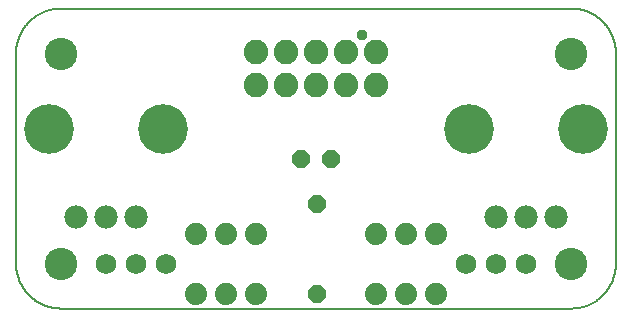
<source format=gts>
G75*
%MOIN*%
%OFA0B0*%
%FSLAX25Y25*%
%IPPOS*%
%LPD*%
%AMOC8*
5,1,8,0,0,1.08239X$1,22.5*
%
%ADD10C,0.00000*%
%ADD11C,0.10800*%
%ADD12C,0.00600*%
%ADD13C,0.08200*%
%ADD14C,0.07400*%
%ADD15C,0.07800*%
%ADD16C,0.16548*%
%ADD17C,0.06800*%
%ADD18OC8,0.06000*%
%ADD19C,0.03778*%
D10*
X0011300Y0016300D02*
X0011302Y0016441D01*
X0011308Y0016582D01*
X0011318Y0016722D01*
X0011332Y0016862D01*
X0011350Y0017002D01*
X0011371Y0017141D01*
X0011397Y0017280D01*
X0011426Y0017418D01*
X0011460Y0017554D01*
X0011497Y0017690D01*
X0011538Y0017825D01*
X0011583Y0017959D01*
X0011632Y0018091D01*
X0011684Y0018222D01*
X0011740Y0018351D01*
X0011800Y0018478D01*
X0011863Y0018604D01*
X0011929Y0018728D01*
X0012000Y0018851D01*
X0012073Y0018971D01*
X0012150Y0019089D01*
X0012230Y0019205D01*
X0012314Y0019318D01*
X0012400Y0019429D01*
X0012490Y0019538D01*
X0012583Y0019644D01*
X0012678Y0019747D01*
X0012777Y0019848D01*
X0012878Y0019946D01*
X0012982Y0020041D01*
X0013089Y0020133D01*
X0013198Y0020222D01*
X0013310Y0020307D01*
X0013424Y0020390D01*
X0013540Y0020470D01*
X0013659Y0020546D01*
X0013780Y0020618D01*
X0013902Y0020688D01*
X0014027Y0020753D01*
X0014153Y0020816D01*
X0014281Y0020874D01*
X0014411Y0020929D01*
X0014542Y0020981D01*
X0014675Y0021028D01*
X0014809Y0021072D01*
X0014944Y0021113D01*
X0015080Y0021149D01*
X0015217Y0021181D01*
X0015355Y0021210D01*
X0015493Y0021235D01*
X0015633Y0021255D01*
X0015773Y0021272D01*
X0015913Y0021285D01*
X0016054Y0021294D01*
X0016194Y0021299D01*
X0016335Y0021300D01*
X0016476Y0021297D01*
X0016617Y0021290D01*
X0016757Y0021279D01*
X0016897Y0021264D01*
X0017037Y0021245D01*
X0017176Y0021223D01*
X0017314Y0021196D01*
X0017452Y0021166D01*
X0017588Y0021131D01*
X0017724Y0021093D01*
X0017858Y0021051D01*
X0017992Y0021005D01*
X0018124Y0020956D01*
X0018254Y0020902D01*
X0018383Y0020845D01*
X0018510Y0020785D01*
X0018636Y0020721D01*
X0018759Y0020653D01*
X0018881Y0020582D01*
X0019001Y0020508D01*
X0019118Y0020430D01*
X0019233Y0020349D01*
X0019346Y0020265D01*
X0019457Y0020178D01*
X0019565Y0020087D01*
X0019670Y0019994D01*
X0019773Y0019897D01*
X0019873Y0019798D01*
X0019970Y0019696D01*
X0020064Y0019591D01*
X0020155Y0019484D01*
X0020243Y0019374D01*
X0020328Y0019262D01*
X0020410Y0019147D01*
X0020489Y0019030D01*
X0020564Y0018911D01*
X0020636Y0018790D01*
X0020704Y0018667D01*
X0020769Y0018542D01*
X0020831Y0018415D01*
X0020888Y0018286D01*
X0020943Y0018156D01*
X0020993Y0018025D01*
X0021040Y0017892D01*
X0021083Y0017758D01*
X0021122Y0017622D01*
X0021157Y0017486D01*
X0021189Y0017349D01*
X0021216Y0017211D01*
X0021240Y0017072D01*
X0021260Y0016932D01*
X0021276Y0016792D01*
X0021288Y0016652D01*
X0021296Y0016511D01*
X0021300Y0016370D01*
X0021300Y0016230D01*
X0021296Y0016089D01*
X0021288Y0015948D01*
X0021276Y0015808D01*
X0021260Y0015668D01*
X0021240Y0015528D01*
X0021216Y0015389D01*
X0021189Y0015251D01*
X0021157Y0015114D01*
X0021122Y0014978D01*
X0021083Y0014842D01*
X0021040Y0014708D01*
X0020993Y0014575D01*
X0020943Y0014444D01*
X0020888Y0014314D01*
X0020831Y0014185D01*
X0020769Y0014058D01*
X0020704Y0013933D01*
X0020636Y0013810D01*
X0020564Y0013689D01*
X0020489Y0013570D01*
X0020410Y0013453D01*
X0020328Y0013338D01*
X0020243Y0013226D01*
X0020155Y0013116D01*
X0020064Y0013009D01*
X0019970Y0012904D01*
X0019873Y0012802D01*
X0019773Y0012703D01*
X0019670Y0012606D01*
X0019565Y0012513D01*
X0019457Y0012422D01*
X0019346Y0012335D01*
X0019233Y0012251D01*
X0019118Y0012170D01*
X0019001Y0012092D01*
X0018881Y0012018D01*
X0018759Y0011947D01*
X0018636Y0011879D01*
X0018510Y0011815D01*
X0018383Y0011755D01*
X0018254Y0011698D01*
X0018124Y0011644D01*
X0017992Y0011595D01*
X0017858Y0011549D01*
X0017724Y0011507D01*
X0017588Y0011469D01*
X0017452Y0011434D01*
X0017314Y0011404D01*
X0017176Y0011377D01*
X0017037Y0011355D01*
X0016897Y0011336D01*
X0016757Y0011321D01*
X0016617Y0011310D01*
X0016476Y0011303D01*
X0016335Y0011300D01*
X0016194Y0011301D01*
X0016054Y0011306D01*
X0015913Y0011315D01*
X0015773Y0011328D01*
X0015633Y0011345D01*
X0015493Y0011365D01*
X0015355Y0011390D01*
X0015217Y0011419D01*
X0015080Y0011451D01*
X0014944Y0011487D01*
X0014809Y0011528D01*
X0014675Y0011572D01*
X0014542Y0011619D01*
X0014411Y0011671D01*
X0014281Y0011726D01*
X0014153Y0011784D01*
X0014027Y0011847D01*
X0013902Y0011912D01*
X0013780Y0011982D01*
X0013659Y0012054D01*
X0013540Y0012130D01*
X0013424Y0012210D01*
X0013310Y0012293D01*
X0013198Y0012378D01*
X0013089Y0012467D01*
X0012982Y0012559D01*
X0012878Y0012654D01*
X0012777Y0012752D01*
X0012678Y0012853D01*
X0012583Y0012956D01*
X0012490Y0013062D01*
X0012400Y0013171D01*
X0012314Y0013282D01*
X0012230Y0013395D01*
X0012150Y0013511D01*
X0012073Y0013629D01*
X0012000Y0013749D01*
X0011929Y0013872D01*
X0011863Y0013996D01*
X0011800Y0014122D01*
X0011740Y0014249D01*
X0011684Y0014378D01*
X0011632Y0014509D01*
X0011583Y0014641D01*
X0011538Y0014775D01*
X0011497Y0014910D01*
X0011460Y0015046D01*
X0011426Y0015182D01*
X0011397Y0015320D01*
X0011371Y0015459D01*
X0011350Y0015598D01*
X0011332Y0015738D01*
X0011318Y0015878D01*
X0011308Y0016018D01*
X0011302Y0016159D01*
X0011300Y0016300D01*
X0011300Y0086300D02*
X0011302Y0086441D01*
X0011308Y0086582D01*
X0011318Y0086722D01*
X0011332Y0086862D01*
X0011350Y0087002D01*
X0011371Y0087141D01*
X0011397Y0087280D01*
X0011426Y0087418D01*
X0011460Y0087554D01*
X0011497Y0087690D01*
X0011538Y0087825D01*
X0011583Y0087959D01*
X0011632Y0088091D01*
X0011684Y0088222D01*
X0011740Y0088351D01*
X0011800Y0088478D01*
X0011863Y0088604D01*
X0011929Y0088728D01*
X0012000Y0088851D01*
X0012073Y0088971D01*
X0012150Y0089089D01*
X0012230Y0089205D01*
X0012314Y0089318D01*
X0012400Y0089429D01*
X0012490Y0089538D01*
X0012583Y0089644D01*
X0012678Y0089747D01*
X0012777Y0089848D01*
X0012878Y0089946D01*
X0012982Y0090041D01*
X0013089Y0090133D01*
X0013198Y0090222D01*
X0013310Y0090307D01*
X0013424Y0090390D01*
X0013540Y0090470D01*
X0013659Y0090546D01*
X0013780Y0090618D01*
X0013902Y0090688D01*
X0014027Y0090753D01*
X0014153Y0090816D01*
X0014281Y0090874D01*
X0014411Y0090929D01*
X0014542Y0090981D01*
X0014675Y0091028D01*
X0014809Y0091072D01*
X0014944Y0091113D01*
X0015080Y0091149D01*
X0015217Y0091181D01*
X0015355Y0091210D01*
X0015493Y0091235D01*
X0015633Y0091255D01*
X0015773Y0091272D01*
X0015913Y0091285D01*
X0016054Y0091294D01*
X0016194Y0091299D01*
X0016335Y0091300D01*
X0016476Y0091297D01*
X0016617Y0091290D01*
X0016757Y0091279D01*
X0016897Y0091264D01*
X0017037Y0091245D01*
X0017176Y0091223D01*
X0017314Y0091196D01*
X0017452Y0091166D01*
X0017588Y0091131D01*
X0017724Y0091093D01*
X0017858Y0091051D01*
X0017992Y0091005D01*
X0018124Y0090956D01*
X0018254Y0090902D01*
X0018383Y0090845D01*
X0018510Y0090785D01*
X0018636Y0090721D01*
X0018759Y0090653D01*
X0018881Y0090582D01*
X0019001Y0090508D01*
X0019118Y0090430D01*
X0019233Y0090349D01*
X0019346Y0090265D01*
X0019457Y0090178D01*
X0019565Y0090087D01*
X0019670Y0089994D01*
X0019773Y0089897D01*
X0019873Y0089798D01*
X0019970Y0089696D01*
X0020064Y0089591D01*
X0020155Y0089484D01*
X0020243Y0089374D01*
X0020328Y0089262D01*
X0020410Y0089147D01*
X0020489Y0089030D01*
X0020564Y0088911D01*
X0020636Y0088790D01*
X0020704Y0088667D01*
X0020769Y0088542D01*
X0020831Y0088415D01*
X0020888Y0088286D01*
X0020943Y0088156D01*
X0020993Y0088025D01*
X0021040Y0087892D01*
X0021083Y0087758D01*
X0021122Y0087622D01*
X0021157Y0087486D01*
X0021189Y0087349D01*
X0021216Y0087211D01*
X0021240Y0087072D01*
X0021260Y0086932D01*
X0021276Y0086792D01*
X0021288Y0086652D01*
X0021296Y0086511D01*
X0021300Y0086370D01*
X0021300Y0086230D01*
X0021296Y0086089D01*
X0021288Y0085948D01*
X0021276Y0085808D01*
X0021260Y0085668D01*
X0021240Y0085528D01*
X0021216Y0085389D01*
X0021189Y0085251D01*
X0021157Y0085114D01*
X0021122Y0084978D01*
X0021083Y0084842D01*
X0021040Y0084708D01*
X0020993Y0084575D01*
X0020943Y0084444D01*
X0020888Y0084314D01*
X0020831Y0084185D01*
X0020769Y0084058D01*
X0020704Y0083933D01*
X0020636Y0083810D01*
X0020564Y0083689D01*
X0020489Y0083570D01*
X0020410Y0083453D01*
X0020328Y0083338D01*
X0020243Y0083226D01*
X0020155Y0083116D01*
X0020064Y0083009D01*
X0019970Y0082904D01*
X0019873Y0082802D01*
X0019773Y0082703D01*
X0019670Y0082606D01*
X0019565Y0082513D01*
X0019457Y0082422D01*
X0019346Y0082335D01*
X0019233Y0082251D01*
X0019118Y0082170D01*
X0019001Y0082092D01*
X0018881Y0082018D01*
X0018759Y0081947D01*
X0018636Y0081879D01*
X0018510Y0081815D01*
X0018383Y0081755D01*
X0018254Y0081698D01*
X0018124Y0081644D01*
X0017992Y0081595D01*
X0017858Y0081549D01*
X0017724Y0081507D01*
X0017588Y0081469D01*
X0017452Y0081434D01*
X0017314Y0081404D01*
X0017176Y0081377D01*
X0017037Y0081355D01*
X0016897Y0081336D01*
X0016757Y0081321D01*
X0016617Y0081310D01*
X0016476Y0081303D01*
X0016335Y0081300D01*
X0016194Y0081301D01*
X0016054Y0081306D01*
X0015913Y0081315D01*
X0015773Y0081328D01*
X0015633Y0081345D01*
X0015493Y0081365D01*
X0015355Y0081390D01*
X0015217Y0081419D01*
X0015080Y0081451D01*
X0014944Y0081487D01*
X0014809Y0081528D01*
X0014675Y0081572D01*
X0014542Y0081619D01*
X0014411Y0081671D01*
X0014281Y0081726D01*
X0014153Y0081784D01*
X0014027Y0081847D01*
X0013902Y0081912D01*
X0013780Y0081982D01*
X0013659Y0082054D01*
X0013540Y0082130D01*
X0013424Y0082210D01*
X0013310Y0082293D01*
X0013198Y0082378D01*
X0013089Y0082467D01*
X0012982Y0082559D01*
X0012878Y0082654D01*
X0012777Y0082752D01*
X0012678Y0082853D01*
X0012583Y0082956D01*
X0012490Y0083062D01*
X0012400Y0083171D01*
X0012314Y0083282D01*
X0012230Y0083395D01*
X0012150Y0083511D01*
X0012073Y0083629D01*
X0012000Y0083749D01*
X0011929Y0083872D01*
X0011863Y0083996D01*
X0011800Y0084122D01*
X0011740Y0084249D01*
X0011684Y0084378D01*
X0011632Y0084509D01*
X0011583Y0084641D01*
X0011538Y0084775D01*
X0011497Y0084910D01*
X0011460Y0085046D01*
X0011426Y0085182D01*
X0011397Y0085320D01*
X0011371Y0085459D01*
X0011350Y0085598D01*
X0011332Y0085738D01*
X0011318Y0085878D01*
X0011308Y0086018D01*
X0011302Y0086159D01*
X0011300Y0086300D01*
X0181300Y0086300D02*
X0181302Y0086441D01*
X0181308Y0086582D01*
X0181318Y0086722D01*
X0181332Y0086862D01*
X0181350Y0087002D01*
X0181371Y0087141D01*
X0181397Y0087280D01*
X0181426Y0087418D01*
X0181460Y0087554D01*
X0181497Y0087690D01*
X0181538Y0087825D01*
X0181583Y0087959D01*
X0181632Y0088091D01*
X0181684Y0088222D01*
X0181740Y0088351D01*
X0181800Y0088478D01*
X0181863Y0088604D01*
X0181929Y0088728D01*
X0182000Y0088851D01*
X0182073Y0088971D01*
X0182150Y0089089D01*
X0182230Y0089205D01*
X0182314Y0089318D01*
X0182400Y0089429D01*
X0182490Y0089538D01*
X0182583Y0089644D01*
X0182678Y0089747D01*
X0182777Y0089848D01*
X0182878Y0089946D01*
X0182982Y0090041D01*
X0183089Y0090133D01*
X0183198Y0090222D01*
X0183310Y0090307D01*
X0183424Y0090390D01*
X0183540Y0090470D01*
X0183659Y0090546D01*
X0183780Y0090618D01*
X0183902Y0090688D01*
X0184027Y0090753D01*
X0184153Y0090816D01*
X0184281Y0090874D01*
X0184411Y0090929D01*
X0184542Y0090981D01*
X0184675Y0091028D01*
X0184809Y0091072D01*
X0184944Y0091113D01*
X0185080Y0091149D01*
X0185217Y0091181D01*
X0185355Y0091210D01*
X0185493Y0091235D01*
X0185633Y0091255D01*
X0185773Y0091272D01*
X0185913Y0091285D01*
X0186054Y0091294D01*
X0186194Y0091299D01*
X0186335Y0091300D01*
X0186476Y0091297D01*
X0186617Y0091290D01*
X0186757Y0091279D01*
X0186897Y0091264D01*
X0187037Y0091245D01*
X0187176Y0091223D01*
X0187314Y0091196D01*
X0187452Y0091166D01*
X0187588Y0091131D01*
X0187724Y0091093D01*
X0187858Y0091051D01*
X0187992Y0091005D01*
X0188124Y0090956D01*
X0188254Y0090902D01*
X0188383Y0090845D01*
X0188510Y0090785D01*
X0188636Y0090721D01*
X0188759Y0090653D01*
X0188881Y0090582D01*
X0189001Y0090508D01*
X0189118Y0090430D01*
X0189233Y0090349D01*
X0189346Y0090265D01*
X0189457Y0090178D01*
X0189565Y0090087D01*
X0189670Y0089994D01*
X0189773Y0089897D01*
X0189873Y0089798D01*
X0189970Y0089696D01*
X0190064Y0089591D01*
X0190155Y0089484D01*
X0190243Y0089374D01*
X0190328Y0089262D01*
X0190410Y0089147D01*
X0190489Y0089030D01*
X0190564Y0088911D01*
X0190636Y0088790D01*
X0190704Y0088667D01*
X0190769Y0088542D01*
X0190831Y0088415D01*
X0190888Y0088286D01*
X0190943Y0088156D01*
X0190993Y0088025D01*
X0191040Y0087892D01*
X0191083Y0087758D01*
X0191122Y0087622D01*
X0191157Y0087486D01*
X0191189Y0087349D01*
X0191216Y0087211D01*
X0191240Y0087072D01*
X0191260Y0086932D01*
X0191276Y0086792D01*
X0191288Y0086652D01*
X0191296Y0086511D01*
X0191300Y0086370D01*
X0191300Y0086230D01*
X0191296Y0086089D01*
X0191288Y0085948D01*
X0191276Y0085808D01*
X0191260Y0085668D01*
X0191240Y0085528D01*
X0191216Y0085389D01*
X0191189Y0085251D01*
X0191157Y0085114D01*
X0191122Y0084978D01*
X0191083Y0084842D01*
X0191040Y0084708D01*
X0190993Y0084575D01*
X0190943Y0084444D01*
X0190888Y0084314D01*
X0190831Y0084185D01*
X0190769Y0084058D01*
X0190704Y0083933D01*
X0190636Y0083810D01*
X0190564Y0083689D01*
X0190489Y0083570D01*
X0190410Y0083453D01*
X0190328Y0083338D01*
X0190243Y0083226D01*
X0190155Y0083116D01*
X0190064Y0083009D01*
X0189970Y0082904D01*
X0189873Y0082802D01*
X0189773Y0082703D01*
X0189670Y0082606D01*
X0189565Y0082513D01*
X0189457Y0082422D01*
X0189346Y0082335D01*
X0189233Y0082251D01*
X0189118Y0082170D01*
X0189001Y0082092D01*
X0188881Y0082018D01*
X0188759Y0081947D01*
X0188636Y0081879D01*
X0188510Y0081815D01*
X0188383Y0081755D01*
X0188254Y0081698D01*
X0188124Y0081644D01*
X0187992Y0081595D01*
X0187858Y0081549D01*
X0187724Y0081507D01*
X0187588Y0081469D01*
X0187452Y0081434D01*
X0187314Y0081404D01*
X0187176Y0081377D01*
X0187037Y0081355D01*
X0186897Y0081336D01*
X0186757Y0081321D01*
X0186617Y0081310D01*
X0186476Y0081303D01*
X0186335Y0081300D01*
X0186194Y0081301D01*
X0186054Y0081306D01*
X0185913Y0081315D01*
X0185773Y0081328D01*
X0185633Y0081345D01*
X0185493Y0081365D01*
X0185355Y0081390D01*
X0185217Y0081419D01*
X0185080Y0081451D01*
X0184944Y0081487D01*
X0184809Y0081528D01*
X0184675Y0081572D01*
X0184542Y0081619D01*
X0184411Y0081671D01*
X0184281Y0081726D01*
X0184153Y0081784D01*
X0184027Y0081847D01*
X0183902Y0081912D01*
X0183780Y0081982D01*
X0183659Y0082054D01*
X0183540Y0082130D01*
X0183424Y0082210D01*
X0183310Y0082293D01*
X0183198Y0082378D01*
X0183089Y0082467D01*
X0182982Y0082559D01*
X0182878Y0082654D01*
X0182777Y0082752D01*
X0182678Y0082853D01*
X0182583Y0082956D01*
X0182490Y0083062D01*
X0182400Y0083171D01*
X0182314Y0083282D01*
X0182230Y0083395D01*
X0182150Y0083511D01*
X0182073Y0083629D01*
X0182000Y0083749D01*
X0181929Y0083872D01*
X0181863Y0083996D01*
X0181800Y0084122D01*
X0181740Y0084249D01*
X0181684Y0084378D01*
X0181632Y0084509D01*
X0181583Y0084641D01*
X0181538Y0084775D01*
X0181497Y0084910D01*
X0181460Y0085046D01*
X0181426Y0085182D01*
X0181397Y0085320D01*
X0181371Y0085459D01*
X0181350Y0085598D01*
X0181332Y0085738D01*
X0181318Y0085878D01*
X0181308Y0086018D01*
X0181302Y0086159D01*
X0181300Y0086300D01*
X0181300Y0016300D02*
X0181302Y0016441D01*
X0181308Y0016582D01*
X0181318Y0016722D01*
X0181332Y0016862D01*
X0181350Y0017002D01*
X0181371Y0017141D01*
X0181397Y0017280D01*
X0181426Y0017418D01*
X0181460Y0017554D01*
X0181497Y0017690D01*
X0181538Y0017825D01*
X0181583Y0017959D01*
X0181632Y0018091D01*
X0181684Y0018222D01*
X0181740Y0018351D01*
X0181800Y0018478D01*
X0181863Y0018604D01*
X0181929Y0018728D01*
X0182000Y0018851D01*
X0182073Y0018971D01*
X0182150Y0019089D01*
X0182230Y0019205D01*
X0182314Y0019318D01*
X0182400Y0019429D01*
X0182490Y0019538D01*
X0182583Y0019644D01*
X0182678Y0019747D01*
X0182777Y0019848D01*
X0182878Y0019946D01*
X0182982Y0020041D01*
X0183089Y0020133D01*
X0183198Y0020222D01*
X0183310Y0020307D01*
X0183424Y0020390D01*
X0183540Y0020470D01*
X0183659Y0020546D01*
X0183780Y0020618D01*
X0183902Y0020688D01*
X0184027Y0020753D01*
X0184153Y0020816D01*
X0184281Y0020874D01*
X0184411Y0020929D01*
X0184542Y0020981D01*
X0184675Y0021028D01*
X0184809Y0021072D01*
X0184944Y0021113D01*
X0185080Y0021149D01*
X0185217Y0021181D01*
X0185355Y0021210D01*
X0185493Y0021235D01*
X0185633Y0021255D01*
X0185773Y0021272D01*
X0185913Y0021285D01*
X0186054Y0021294D01*
X0186194Y0021299D01*
X0186335Y0021300D01*
X0186476Y0021297D01*
X0186617Y0021290D01*
X0186757Y0021279D01*
X0186897Y0021264D01*
X0187037Y0021245D01*
X0187176Y0021223D01*
X0187314Y0021196D01*
X0187452Y0021166D01*
X0187588Y0021131D01*
X0187724Y0021093D01*
X0187858Y0021051D01*
X0187992Y0021005D01*
X0188124Y0020956D01*
X0188254Y0020902D01*
X0188383Y0020845D01*
X0188510Y0020785D01*
X0188636Y0020721D01*
X0188759Y0020653D01*
X0188881Y0020582D01*
X0189001Y0020508D01*
X0189118Y0020430D01*
X0189233Y0020349D01*
X0189346Y0020265D01*
X0189457Y0020178D01*
X0189565Y0020087D01*
X0189670Y0019994D01*
X0189773Y0019897D01*
X0189873Y0019798D01*
X0189970Y0019696D01*
X0190064Y0019591D01*
X0190155Y0019484D01*
X0190243Y0019374D01*
X0190328Y0019262D01*
X0190410Y0019147D01*
X0190489Y0019030D01*
X0190564Y0018911D01*
X0190636Y0018790D01*
X0190704Y0018667D01*
X0190769Y0018542D01*
X0190831Y0018415D01*
X0190888Y0018286D01*
X0190943Y0018156D01*
X0190993Y0018025D01*
X0191040Y0017892D01*
X0191083Y0017758D01*
X0191122Y0017622D01*
X0191157Y0017486D01*
X0191189Y0017349D01*
X0191216Y0017211D01*
X0191240Y0017072D01*
X0191260Y0016932D01*
X0191276Y0016792D01*
X0191288Y0016652D01*
X0191296Y0016511D01*
X0191300Y0016370D01*
X0191300Y0016230D01*
X0191296Y0016089D01*
X0191288Y0015948D01*
X0191276Y0015808D01*
X0191260Y0015668D01*
X0191240Y0015528D01*
X0191216Y0015389D01*
X0191189Y0015251D01*
X0191157Y0015114D01*
X0191122Y0014978D01*
X0191083Y0014842D01*
X0191040Y0014708D01*
X0190993Y0014575D01*
X0190943Y0014444D01*
X0190888Y0014314D01*
X0190831Y0014185D01*
X0190769Y0014058D01*
X0190704Y0013933D01*
X0190636Y0013810D01*
X0190564Y0013689D01*
X0190489Y0013570D01*
X0190410Y0013453D01*
X0190328Y0013338D01*
X0190243Y0013226D01*
X0190155Y0013116D01*
X0190064Y0013009D01*
X0189970Y0012904D01*
X0189873Y0012802D01*
X0189773Y0012703D01*
X0189670Y0012606D01*
X0189565Y0012513D01*
X0189457Y0012422D01*
X0189346Y0012335D01*
X0189233Y0012251D01*
X0189118Y0012170D01*
X0189001Y0012092D01*
X0188881Y0012018D01*
X0188759Y0011947D01*
X0188636Y0011879D01*
X0188510Y0011815D01*
X0188383Y0011755D01*
X0188254Y0011698D01*
X0188124Y0011644D01*
X0187992Y0011595D01*
X0187858Y0011549D01*
X0187724Y0011507D01*
X0187588Y0011469D01*
X0187452Y0011434D01*
X0187314Y0011404D01*
X0187176Y0011377D01*
X0187037Y0011355D01*
X0186897Y0011336D01*
X0186757Y0011321D01*
X0186617Y0011310D01*
X0186476Y0011303D01*
X0186335Y0011300D01*
X0186194Y0011301D01*
X0186054Y0011306D01*
X0185913Y0011315D01*
X0185773Y0011328D01*
X0185633Y0011345D01*
X0185493Y0011365D01*
X0185355Y0011390D01*
X0185217Y0011419D01*
X0185080Y0011451D01*
X0184944Y0011487D01*
X0184809Y0011528D01*
X0184675Y0011572D01*
X0184542Y0011619D01*
X0184411Y0011671D01*
X0184281Y0011726D01*
X0184153Y0011784D01*
X0184027Y0011847D01*
X0183902Y0011912D01*
X0183780Y0011982D01*
X0183659Y0012054D01*
X0183540Y0012130D01*
X0183424Y0012210D01*
X0183310Y0012293D01*
X0183198Y0012378D01*
X0183089Y0012467D01*
X0182982Y0012559D01*
X0182878Y0012654D01*
X0182777Y0012752D01*
X0182678Y0012853D01*
X0182583Y0012956D01*
X0182490Y0013062D01*
X0182400Y0013171D01*
X0182314Y0013282D01*
X0182230Y0013395D01*
X0182150Y0013511D01*
X0182073Y0013629D01*
X0182000Y0013749D01*
X0181929Y0013872D01*
X0181863Y0013996D01*
X0181800Y0014122D01*
X0181740Y0014249D01*
X0181684Y0014378D01*
X0181632Y0014509D01*
X0181583Y0014641D01*
X0181538Y0014775D01*
X0181497Y0014910D01*
X0181460Y0015046D01*
X0181426Y0015182D01*
X0181397Y0015320D01*
X0181371Y0015459D01*
X0181350Y0015598D01*
X0181332Y0015738D01*
X0181318Y0015878D01*
X0181308Y0016018D01*
X0181302Y0016159D01*
X0181300Y0016300D01*
D11*
X0186300Y0016300D03*
X0186300Y0086300D03*
X0016300Y0086300D03*
X0016300Y0016300D03*
D12*
X0016300Y0001300D02*
X0186300Y0001300D01*
X0186662Y0001304D01*
X0187025Y0001318D01*
X0187387Y0001339D01*
X0187748Y0001370D01*
X0188108Y0001409D01*
X0188467Y0001457D01*
X0188825Y0001514D01*
X0189182Y0001579D01*
X0189537Y0001653D01*
X0189890Y0001736D01*
X0190241Y0001827D01*
X0190589Y0001926D01*
X0190935Y0002034D01*
X0191279Y0002150D01*
X0191619Y0002275D01*
X0191956Y0002407D01*
X0192290Y0002548D01*
X0192621Y0002697D01*
X0192948Y0002854D01*
X0193271Y0003018D01*
X0193590Y0003190D01*
X0193904Y0003370D01*
X0194215Y0003558D01*
X0194520Y0003753D01*
X0194821Y0003955D01*
X0195117Y0004165D01*
X0195407Y0004381D01*
X0195693Y0004605D01*
X0195973Y0004835D01*
X0196247Y0005072D01*
X0196515Y0005316D01*
X0196778Y0005566D01*
X0197034Y0005822D01*
X0197284Y0006085D01*
X0197528Y0006353D01*
X0197765Y0006627D01*
X0197995Y0006907D01*
X0198219Y0007193D01*
X0198435Y0007483D01*
X0198645Y0007779D01*
X0198847Y0008080D01*
X0199042Y0008385D01*
X0199230Y0008696D01*
X0199410Y0009010D01*
X0199582Y0009329D01*
X0199746Y0009652D01*
X0199903Y0009979D01*
X0200052Y0010310D01*
X0200193Y0010644D01*
X0200325Y0010981D01*
X0200450Y0011321D01*
X0200566Y0011665D01*
X0200674Y0012011D01*
X0200773Y0012359D01*
X0200864Y0012710D01*
X0200947Y0013063D01*
X0201021Y0013418D01*
X0201086Y0013775D01*
X0201143Y0014133D01*
X0201191Y0014492D01*
X0201230Y0014852D01*
X0201261Y0015213D01*
X0201282Y0015575D01*
X0201296Y0015938D01*
X0201300Y0016300D01*
X0201300Y0086300D01*
X0201296Y0086662D01*
X0201282Y0087025D01*
X0201261Y0087387D01*
X0201230Y0087748D01*
X0201191Y0088108D01*
X0201143Y0088467D01*
X0201086Y0088825D01*
X0201021Y0089182D01*
X0200947Y0089537D01*
X0200864Y0089890D01*
X0200773Y0090241D01*
X0200674Y0090589D01*
X0200566Y0090935D01*
X0200450Y0091279D01*
X0200325Y0091619D01*
X0200193Y0091956D01*
X0200052Y0092290D01*
X0199903Y0092621D01*
X0199746Y0092948D01*
X0199582Y0093271D01*
X0199410Y0093590D01*
X0199230Y0093904D01*
X0199042Y0094215D01*
X0198847Y0094520D01*
X0198645Y0094821D01*
X0198435Y0095117D01*
X0198219Y0095407D01*
X0197995Y0095693D01*
X0197765Y0095973D01*
X0197528Y0096247D01*
X0197284Y0096515D01*
X0197034Y0096778D01*
X0196778Y0097034D01*
X0196515Y0097284D01*
X0196247Y0097528D01*
X0195973Y0097765D01*
X0195693Y0097995D01*
X0195407Y0098219D01*
X0195117Y0098435D01*
X0194821Y0098645D01*
X0194520Y0098847D01*
X0194215Y0099042D01*
X0193904Y0099230D01*
X0193590Y0099410D01*
X0193271Y0099582D01*
X0192948Y0099746D01*
X0192621Y0099903D01*
X0192290Y0100052D01*
X0191956Y0100193D01*
X0191619Y0100325D01*
X0191279Y0100450D01*
X0190935Y0100566D01*
X0190589Y0100674D01*
X0190241Y0100773D01*
X0189890Y0100864D01*
X0189537Y0100947D01*
X0189182Y0101021D01*
X0188825Y0101086D01*
X0188467Y0101143D01*
X0188108Y0101191D01*
X0187748Y0101230D01*
X0187387Y0101261D01*
X0187025Y0101282D01*
X0186662Y0101296D01*
X0186300Y0101300D01*
X0016300Y0101300D01*
X0015938Y0101296D01*
X0015575Y0101282D01*
X0015213Y0101261D01*
X0014852Y0101230D01*
X0014492Y0101191D01*
X0014133Y0101143D01*
X0013775Y0101086D01*
X0013418Y0101021D01*
X0013063Y0100947D01*
X0012710Y0100864D01*
X0012359Y0100773D01*
X0012011Y0100674D01*
X0011665Y0100566D01*
X0011321Y0100450D01*
X0010981Y0100325D01*
X0010644Y0100193D01*
X0010310Y0100052D01*
X0009979Y0099903D01*
X0009652Y0099746D01*
X0009329Y0099582D01*
X0009010Y0099410D01*
X0008696Y0099230D01*
X0008385Y0099042D01*
X0008080Y0098847D01*
X0007779Y0098645D01*
X0007483Y0098435D01*
X0007193Y0098219D01*
X0006907Y0097995D01*
X0006627Y0097765D01*
X0006353Y0097528D01*
X0006085Y0097284D01*
X0005822Y0097034D01*
X0005566Y0096778D01*
X0005316Y0096515D01*
X0005072Y0096247D01*
X0004835Y0095973D01*
X0004605Y0095693D01*
X0004381Y0095407D01*
X0004165Y0095117D01*
X0003955Y0094821D01*
X0003753Y0094520D01*
X0003558Y0094215D01*
X0003370Y0093904D01*
X0003190Y0093590D01*
X0003018Y0093271D01*
X0002854Y0092948D01*
X0002697Y0092621D01*
X0002548Y0092290D01*
X0002407Y0091956D01*
X0002275Y0091619D01*
X0002150Y0091279D01*
X0002034Y0090935D01*
X0001926Y0090589D01*
X0001827Y0090241D01*
X0001736Y0089890D01*
X0001653Y0089537D01*
X0001579Y0089182D01*
X0001514Y0088825D01*
X0001457Y0088467D01*
X0001409Y0088108D01*
X0001370Y0087748D01*
X0001339Y0087387D01*
X0001318Y0087025D01*
X0001304Y0086662D01*
X0001300Y0086300D01*
X0001300Y0016300D01*
X0001304Y0015938D01*
X0001318Y0015575D01*
X0001339Y0015213D01*
X0001370Y0014852D01*
X0001409Y0014492D01*
X0001457Y0014133D01*
X0001514Y0013775D01*
X0001579Y0013418D01*
X0001653Y0013063D01*
X0001736Y0012710D01*
X0001827Y0012359D01*
X0001926Y0012011D01*
X0002034Y0011665D01*
X0002150Y0011321D01*
X0002275Y0010981D01*
X0002407Y0010644D01*
X0002548Y0010310D01*
X0002697Y0009979D01*
X0002854Y0009652D01*
X0003018Y0009329D01*
X0003190Y0009010D01*
X0003370Y0008696D01*
X0003558Y0008385D01*
X0003753Y0008080D01*
X0003955Y0007779D01*
X0004165Y0007483D01*
X0004381Y0007193D01*
X0004605Y0006907D01*
X0004835Y0006627D01*
X0005072Y0006353D01*
X0005316Y0006085D01*
X0005566Y0005822D01*
X0005822Y0005566D01*
X0006085Y0005316D01*
X0006353Y0005072D01*
X0006627Y0004835D01*
X0006907Y0004605D01*
X0007193Y0004381D01*
X0007483Y0004165D01*
X0007779Y0003955D01*
X0008080Y0003753D01*
X0008385Y0003558D01*
X0008696Y0003370D01*
X0009010Y0003190D01*
X0009329Y0003018D01*
X0009652Y0002854D01*
X0009979Y0002697D01*
X0010310Y0002548D01*
X0010644Y0002407D01*
X0010981Y0002275D01*
X0011321Y0002150D01*
X0011665Y0002034D01*
X0012011Y0001926D01*
X0012359Y0001827D01*
X0012710Y0001736D01*
X0013063Y0001653D01*
X0013418Y0001579D01*
X0013775Y0001514D01*
X0014133Y0001457D01*
X0014492Y0001409D01*
X0014852Y0001370D01*
X0015213Y0001339D01*
X0015575Y0001318D01*
X0015938Y0001304D01*
X0016300Y0001300D01*
D13*
X0081300Y0075800D03*
X0091300Y0075800D03*
X0101300Y0075800D03*
X0111300Y0075800D03*
X0121300Y0075800D03*
X0121300Y0086800D03*
X0111300Y0086800D03*
X0101300Y0086800D03*
X0091300Y0086800D03*
X0081300Y0086800D03*
D14*
X0081300Y0026300D03*
X0071300Y0026300D03*
X0061300Y0026300D03*
X0061300Y0006300D03*
X0071300Y0006300D03*
X0081300Y0006300D03*
X0121300Y0006300D03*
X0131300Y0006300D03*
X0141300Y0006300D03*
X0141300Y0026300D03*
X0131300Y0026300D03*
X0121300Y0026300D03*
D15*
X0161300Y0031772D03*
X0171300Y0031772D03*
X0181300Y0031772D03*
X0041300Y0031772D03*
X0031300Y0031772D03*
X0021300Y0031772D03*
D16*
X0012402Y0061300D03*
X0050198Y0061300D03*
X0152402Y0061300D03*
X0190198Y0061300D03*
D17*
X0171300Y0016300D03*
X0161300Y0016300D03*
X0151300Y0016300D03*
X0051300Y0016300D03*
X0041300Y0016300D03*
X0031300Y0016300D03*
D18*
X0101800Y0006300D03*
X0101800Y0036300D03*
X0106300Y0051300D03*
X0096300Y0051300D03*
D19*
X0116500Y0092500D03*
M02*

</source>
